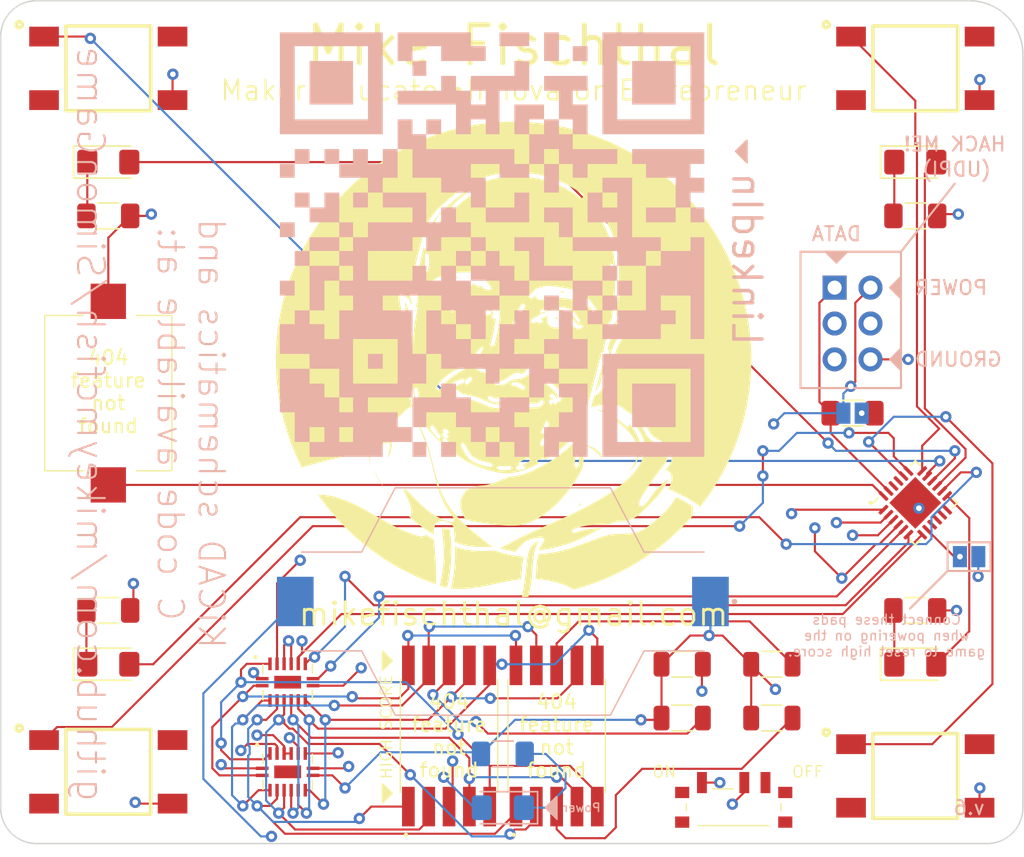
<source format=kicad_pcb>
(kicad_pcb (version 20211014) (generator pcbnew)
  (layers (0 "F.Cu" signal) (1 "In1.Cu" power) (2 "In2.Cu" signal) (31 "B.Cu" signal) (34 "B.Paste" user) (35 "F.Paste" user) (36 "B.SilkS" user "B.Silkscreen") (37 "F.SilkS" user "F.Silkscreen") (38 "B.Mask" user) (39 "F.Mask" user) (44 "Edge.Cuts" user))
  (net 0 "")
  (net 1 "Net-(JP1-Pad1)")
  (net 2 "GND")
  (net 3 "Net-(JP2-Pad1)")
  (net 4 "Net-(D1-Pad1)")
  (net 5 "Net-(D1-Pad2)")
  (net 6 "Net-(D2-Pad1)")
  (net 7 "Net-(D2-Pad2)")
  (net 8 "Net-(D3-Pad1)")
  (net 9 "Net-(D3-Pad2)")
  (net 10 "Net-(D4-Pad1)")
  (net 11 "Net-(D4-Pad2)")
  (net 12 "VCC")
  (net 13 "Net-(LS1-Pad1)")
  (net 14 "/UDPI")
  (net 15 "Net-(BT1-Pad2)")
  (net 18 "SEG_E")
  (net 19 "SEG_D")
  (net 20 "Net-(DS1-Pad3)")
  (net 21 "SEG_C")
  (net 22 "SEG_DP")
  (net 26 "Net-(D5-Pad1)")
  (net 36 "Net-(SW1-Pad1)")
  (net 37 "Net-(SW2-Pad1)")
  (net 38 "Net-(SW4-Pad1)")
  (net 39 "Net-(SW3-Pad1)")
  (net 40 "SEG_B")
  (net 41 "SEG_A")
  (net 42 "Net-(DS1-Pad8)")
  (net 43 "SEG_F")
  (net 44 "SEG_G")
  (net 45 "Net-(DS2-Pad3)")
  (net 46 "Net-(DS2-Pad8)")
  (net 47 "SEG_IN0")
  (net 48 "SEG_IN1")
  (net 49 "SEG_IN2")
  (net 50 "SEG_IN2_ENABLE")
  (net 52 "SEG_IN1_ENABLE")
  (footprint "LED_SMD:LED_1206_3216Metric_Pad1.42x1.75mm_HandSolder" (layer "F.Cu") (at 175.26 80.01)
    (fp_text reference "D2")
    (fp_text value "YELLOW")
  )
  (footprint "Resistor_SMD:R_1206_3216Metric_Pad1.30x1.75mm_HandSolder" (layer "F.Cu") (at 170.815 97.79 180)
    (fp_text reference "R1")
    (fp_text value "10kΩ")
  )
  (footprint "SamacSys_Parts:FSM4JSMATR" (layer "F.Cu") (at 118.11 123.19 90)
    (fp_text reference "SW3")
    (fp_text value "green" hide)
  )
  (footprint "Resistor_SMD:R_1206_3216Metric_Pad1.30x1.75mm_HandSolder" (layer "F.Cu") (at 118.11 111.76)
    (fp_text reference "R3")
    (fp_text value "330Ω")
  )
  (footprint "SamacSys_Parts:MSS3VTR" (layer "F.Cu") (at 162.4 127)
    (fp_text reference "S1")
    (fp_text value "POWER SW" hide)
  )
  (footprint "Resistor_SMD:R_1206_3216Metric_Pad1.30x1.75mm_HandSolder" (layer "F.Cu") (at 175.26 111.76 180)
    (fp_text reference "R2")
    (fp_text value "10Ω")
  )
  (footprint "LED_SMD:LED_1206_3216Metric_Pad1.42x1.75mm_HandSolder" (layer "F.Cu") (at 118.11 80.01)
    (fp_text reference "D1")
    (fp_text value "RED")
  )
  (footprint "SamacSys_Parts:ACSA0241EWAF01" (layer "F.Cu") (at 149.86 120.65)
    (fp_text reference "DS2")
    (fp_text value "ACSA02-41EWA-F01" hide)
  )
  (footprint "Resistor_SMD:R_1206_3216Metric" (layer "F.Cu") (at 158.75 115.57)
    (fp_text reference "R7")
    (fp_text value "220")
  )
  (footprint "SamacSys_Parts:ACSA0241EWAF01" (layer "F.Cu") (at 142.24 120.65)
    (fp_text reference "DS1")
    (fp_text value "ACSA02-41EWA-F01" hide)
  )
  (footprint "Resistor_SMD:R_1206_3216Metric" (layer "F.Cu") (at 165.1 119.38)
    (fp_text reference "R8")
    (fp_text value "220")
  )
  (footprint "SamacSys_Parts:74AHCT595BQ115" (layer "F.Cu") (at 130.81 116.84 180)
    (fp_text reference "IC2")
    (fp_text value "74LVC138ABQ,115" hide)
  )
  (footprint "Resistor_SMD:R_1206_3216Metric" (layer "F.Cu") (at 165.1 115.57)
    (fp_text reference "R10")
    (fp_text value "220")
  )
  (footprint "SamacSys_Parts:FSM4JSMATR" (layer "F.Cu") (at 175.26 123.48 90)
    (fp_text reference "SW4")
    (fp_text value "blue" hide)
  )
  (footprint "LED_SMD:LED_1206_3216Metric_Pad1.42x1.75mm_HandSolder" (layer "F.Cu") (at 175.26 115.57)
    (fp_text reference "D4")
    (fp_text value "BLUE")
  )
  (footprint "SamacSys_Parts:FSM4JSMATR" (layer "F.Cu") (at 175.26 73.37 90)
    (fp_text reference "SW2")
    (fp_text value "yellow" hide)
  )
  (footprint "LED_SMD:LED_1206_3216Metric_Pad1.42x1.75mm_HandSolder" (layer "F.Cu") (at 118.11 115.57)
    (fp_text reference "D3")
    (fp_text value "GREEN")
  )
  (footprint "SamacSys_Parts:FSM4JSMATR" (layer "F.Cu") (at 118.11 73.37 90)
    (fp_text reference "SW1")
    (fp_text value "red" hide)
  )
  (footprint "Resistor_SMD:R_1206_3216Metric_Pad1.30x1.75mm_HandSolder" (layer "F.Cu") (at 175.26 83.82)
    (fp_text reference "R4")
    (fp_text value "330Ω")
  )
  (footprint "Package_DFN_QFN:QFN-24-1EP_4x4mm_P0.5mm_EP2.6x2.6mm" (layer "F.Cu") (at 175.26 104.14 45)
    (fp_text reference "U1")
    (fp_text value "ATtiny3217-M")
  )
  (footprint "Mike:portrait_35mm" (layer "F.Cu") (at 146.804609 93.98)
    (fp_text reference "G***")
    (fp_text value "LOGO" hide)
  )
  (footprint "Resistor_SMD:R_1206_3216Metric_Pad1.30x1.75mm_HandSolder" (layer "F.Cu") (at 118.11 83.82)
    (fp_text reference "R5")
    (fp_text value "470Ω")
  )
  (footprint "SamacSys_Parts:74AHCT595BQ115" (layer "F.Cu") (at 130.81 123.19 180)
    (fp_text reference "IC1")
    (fp_text value "74LVC138ABQ,115" hide)
  )
  (footprint "SamacSys_Parts:CPT111783SMTTR" (layer "F.Cu") (at 118.11 102.87 180)
    (fp_text reference "LS1")
    (fp_text value "Speaker" hide)
  )
  (footprint "Resistor_SMD:R_1206_3216Metric" (layer "F.Cu") (at 158.75 119.38)
    (fp_text reference "R9")
    (fp_text value "220")
  )
  (footprint "Connector_PinHeader_2.54mm:PinHeader_2x03_P2.54mm_Horizontal" (layer "F.Cu") (at 169.545 88.9)
    (fp_text reference "J1")
    (fp_text value "AVR-UPDI-6")
  )
  (footprint "LED_SMD:LED_1206_3216Metric_Pad1.42x1.75mm_HandSolder" (layer "B.Cu") (at 146.05 125.73 180)
    (fp_text reference "D5")
    (fp_text value "WHITE")
  )
  (footprint "SamacSys_Parts:SMTU2032LF" (layer "B.Cu") (at 146.05 111.125 180)
    (fp_text reference "BT1")
    (fp_text value "3V" hide)
  )
  (footprint "Jumper:SolderJumper-2_P1.3mm_Open_Pad1.0x1.5mm" (layer "B.Cu") (at 179.07 107.95)
    (fp_text reference "JP1")
    (fp_text value "test_mode")
  )
  (footprint "Jumper:SolderJumper-2_P1.3mm_Open_Pad1.0x1.5mm" (layer "B.Cu") (at 170.815 97.79 180)
    (fp_text reference "JP2")
    (fp_text value "close_rst")
  )
  (footprint "Resistor_SMD:R_1206_3216Metric_Pad1.30x1.75mm_HandSolder" (layer "B.Cu") (at 146.05 121.92)
    (fp_text reference "R6")
    (fp_text value "470Ω")
  )
  (footprint "SamacSys_Parts:QR" (layer "B.Cu") (at 145.288 85.852 180)
    (fp_text reference "G***")
    (fp_text value "LOGO" hide)
  )
  (gr_poly (pts (xy 174.244 94.742) (xy 173.482 93.98) (xy 174.244 93.218)) (layer "B.SilkS") (width 0.15) (fill solid))
  (gr_line (start 167.132 96.012) (end 167.132 86.36) (layer "B.SilkS") (width 0.15))
  (gr_line (start 174.879 111.633) (end 177.546 108.966) (layer "B.SilkS") (width 0.15))
  (gr_line (start 180.594 108.966) (end 177.546 108.966) (layer "B.SilkS") (width 0.15))
  (gr_line (start 167.132 86.36) (end 168.402 86.36) (layer "B.SilkS") (width 0.15))
  (gr_line (start 177.546 108.966) (end 177.546 106.934) (layer "B.SilkS") (width 0.15))
  (gr_line (start 174.244 96.012) (end 167.132 96.012) (layer "B.SilkS") (width 0.15))
  (gr_line (start 177.546 106.934) (end 180.594 106.934) (layer "B.SilkS") (width 0.15))
  (gr_poly (pts (xy 174.244 89.662) (xy 173.482 88.9) (xy 174.244 88.138)) (layer "B.SilkS") (width 0.15) (fill solid))
  (gr_poly (pts (xy 149.86 126.492) (xy 149.098 125.73) (xy 149.86 124.968)) (layer "B.SilkS") (width 0.15) (fill solid))
  (gr_poly (pts (xy 163.322 80.01) (xy 162.56 79.248) (xy 163.322 78.486)) (layer "B.SilkS") (width 0.15) (fill solid))
  (gr_line (start 178.054 81.534) (end 174.244 86.36) (layer "B.SilkS") (width 0.15))
  (gr_line (start 180.594 106.934) (end 180.594 108.966) (layer "B.SilkS") (width 0.15))
  (gr_poly (pts (xy 170.434 86.36) (xy 169.672 87.122) (xy 168.91 86.36)) (layer "B.SilkS") (width 0.15) (fill solid))
  (gr_line (start 174.244 86.36) (end 174.244 96.012) (layer "B.SilkS") (width 0.15))
  (gr_line (start 168.402 86.36) (end 174.244 86.36) (layer "B.SilkS") (width 0.15))
  (gr_circle (center 128.524 115.062) (end 128.524 115.062) (layer "F.SilkS") (width 0.15) (fill none))
  (gr_circle (center 128.651 121.285) (end 128.651 121.285) (layer "F.SilkS") (width 0.15) (fill none))
  (gr_circle (center 132.715 74.93) (end 132.894605 74.93) (layer "F.SilkS") (width 0.15) (fill solid))
  (gr_circle (center 142.875 74.93) (end 143.054605 74.93) (layer "F.SilkS") (width 0.15) (fill solid))
  (gr_circle (center 172.085 104.14) (end 172.085 104.14) (layer "F.SilkS") (width 0.15) (fill none))
  (gr_poly (pts (xy 138.176 124.714) (xy 137.541 125.349) (xy 137.541 124.079)) (layer "F.SilkS") (width 0.15) (fill solid))
  (gr_circle (center 153.797 74.93) (end 153.976605 74.93) (layer "F.SilkS") (width 0.15) (fill solid))
  (gr_poly (pts (xy 138.176 115.316) (xy 137.541 115.951) (xy 137.541 114.681)) (layer "F.SilkS") (width 0.15) (fill solid))
  (gr_line (start 113.03 128.27) (end 180.34 128.27) (layer "Edge.Cuts") (width 0.1))
  (gr_arc (start 113.03 128.27) (mid 111.233949 127.526051) (end 110.49 125.73) (layer "Edge.Cuts") (width 0.1))
  (gr_line (start 113.03 68.58) (end 176.53 68.58) (layer "Edge.Cuts") (width 0.1))
  (gr_arc (start 110.49 71.12) (mid 111.233949 69.323949) (end 113.03 68.58) (layer "Edge.Cuts") (width 0.1))
  (gr_line (start 182.88 119.38) (end 182.88 73.66) (layer "Edge.Cuts") (width 0.1))
  (gr_line (start 182.88 72.39) (end 182.88 73.66) (layer "Edge.Cuts") (width 0.1))
  (gr_line (start 110.49 125.73) (end 110.49 124.46) (layer "Edge.Cuts") (width 0.1))
  (gr_arc (start 182.88 125.73) (mid 182.136051 127.526051) (end 180.34 128.27) (layer "Edge.Cuts") (width 0.1))
  (gr_line (start 110.49 71.12) (end 110.49 124.46) (layer "Edge.Cuts") (width 0.1))
  (gr_line (start 182.88 125.73) (end 182.88 119.38) (layer "Edge.Cuts") (width 0.1))
  (gr_line (start 179.07 68.58) (end 176.53 68.58) (layer "Edge.Cuts") (width 0.1))
  (gr_arc (start 179.07 68.58) (mid 181.764077 69.695923) (end 182.88 72.39) (layer "Edge.Cuts") (width 0.1))
  (gr_text "Connect these pads\nwhen powering on the\ngame to reset high score." (at 173.228 113.538) (layer "B.SilkS") (effects (font (size 0.7 0.7) (thickness 0.1)) (justify mirror)))
  (gr_text "KiCAD schematics and \nC code available at:" (at 123.952 98.552 270) (layer "B.SilkS") (effects (font (size 1.8 1.8)) (justify mirror)))
  (gr_text "Power" (at 151.638 125.73) (layer "B.SilkS") (effects (font (size 0.6 0.6) (thickness 0.1)) (justify mirror)))
  (gr_text "v.6" (at 179.07 125.73) (layer "B.SilkS") (effects (font (size 1 1)) (justify mirror)))
  (gr_text "GROUND" (at 178.308 93.98) (layer "B.SilkS") (effects (font (size 1 1)) (justify mirror)))
  (gr_text "(UDPI) " (at 177.8 80.518) (layer "B.SilkS") (effects (font (size 1 1)) (justify mirror)))
  (gr_text "LinkedIn" (at 163.322 86.868 270) (layer "B.SilkS") (effects (font (size 2 2) (thickness 0.25)) (justify mirror)))
  (gr_text "HACK ME!" (at 178.054 78.74) (layer "B.SilkS") (effects (font (size 1 1)) (justify mirror)))
  (gr_text "github.com/mikeymcfish/SimonGame" (at 116.84 98.552 270) (layer "B.SilkS") (effects (font (size 1.9 1.9)) (justify mirror)))
  (gr_text "DATA" (at 169.672 85.09) (layer "B.SilkS") (effects (font (size 1 1)) (justify mirror)))
  (gr_text "POWER" (at 177.8 88.9) (layer "B.SilkS") (effects (font (size 1 1)) (justify mirror)))
  (gr_text "HIGH SCORE" (at 137.795 120.015 90) (layer "F.SilkS") (effects (font (size 0.8 0.8) (thickness 0.1))))
  (gr_text "ON" (at 157.48 123.19) (layer "F.SilkS") (effects (font (size 0.8 0.8) (thickness 0.1))))
  (gr_text "404\nfeature\nnot\nfound" (at 118.11 96.266) (layer "F.SilkS") (effects (font (size 1 1))))
  (gr_text "404\nfeature\nnot\nfound" (at 149.86 120.65) (layer "F.SilkS") (effects (font (size 1 1))))
  (gr_text "mikefischthal@gmail.com" (at 146.812 112.014) (layer "F.SilkS") (effects (font (size 1.6 1.6) (thickness 0.2))))
  (gr_text "Maker Educator Innovator Entrepreneur" (at 146.812 74.93) (layer "F.SilkS") (effects (font (size 1.4 1.4))))
  (gr_text "OFF" (at 167.64 123.19) (layer "F.SilkS") (effects (font (size 0.8 0.8) (thickness 0.1))))
  (gr_text "Mike Fischthal" (at 146.812 71.755) (layer "F.SilkS") (effects (font (size 2.7 2.7) (thickness 0.35))))
  (gr_text "404\nfeature\nnot\nfound" (at 142.24 120.65) (layer "F.SilkS") (effects (font (size 1 1))))
  (segment (start 176.099689 106.040349) (end 178.00934 107.95) (width 0.15) (layer "F.Cu") (net 1))
  (segment (start 178.00934 107.95) (end 178.42 107.95) (width 0.15) (layer "F.Cu") (net 1))
  (via (at 178.42 107.95) (size 0.8) (drill 0.4) (layers "F.Cu" "B.Cu") (net 1))
  (segment (start 179.81 124.355) (end 179.832 124.333) (width 0.15) (layer "F.Cu") (net 2))
  (segment (start 161.415 123.95) (end 161.417 123.952) (width 0.15) (layer "F.Cu") (net 2))
  (segment (start 175.26 104.14) (end 175.26 104.267) (width 0.15) (layer "F.Cu") (net 2))
  (segment (start 160.15 123.95) (end 161.415 123.95) (width 0.15) (layer "F.Cu") (net 2))
  (segment (start 172.609947 106.4365) (end 173.713204 105.333243) (width 0.15) (layer "F.Cu") (net 2))
  (segment (start 179.81 75.62) (end 179.81 74.19) (width 0.15) (layer "F.Cu") (net 2))
  (segment (start 130.56 121.370978) (end 130.56 121.89) (width 0.15) (layer "F.Cu") (net 2))
  (segment (start 126.363178 122.94) (end 129.01 122.94) (width 0.15) (layer "F.Cu") (net 2))
  (segment (start 126.102839 122.679661) (end 126.363178 122.94) (width 0.15) (layer "F.Cu") (net 2))
  (segment (start 122.66 125.44) (end 120.106 125.44) (width 0.15) (layer "F.Cu") (net 2))
  (segment (start 119.888 111.532) (end 119.888 109.855) (width 0.15) (layer "F.Cu") (net 2))
  (segment (start 120.106 125.44) (end 120.015 125.349) (width 0.15) (layer "F.Cu") (net 2))
  (segment (start 175.26 104.267) (end 175.514 104.521) (width 0.15) (layer "F.Cu") (net 2))
  (segment (start 118.11 85.37) (end 119.66 83.82) (width 0.15) (layer "F.Cu") (net 2))
  (segment (start 129.01 116.59) (end 128.8225 116.59) (width 0.15) (layer "F.Cu") (net 2))
  (segment (start 119.66 83.82) (end 121.031 83.82) (width 0.15) (layer "F.Cu") (net 2))
  (segment (start 128.6405 120.590989) (end 129.780011 120.590989) (width 0.15) (layer "F.Cu") (net 2))
  (segment (start 179.81 74.19) (end 179.832 74.168) (width 0.15) (layer "F.Cu") (net 2))
  (segment (start 130.56 121.89) (end 131.06 121.89) (width 0.15) (layer "F.Cu") (net 2))
  (segment (start 170.815 106.4365) (end 172.609947 106.4365) (width 0.15) (layer "F.Cu") (net 2))
  (segment (start 131.06 114.091944) (end 131.06 115.54) (width 0.15) (layer "F.Cu") (net 2))
  (segment (start 128.8225 116.59) (end 128.397 116.1645) (width 0.15) (layer "F.Cu") (net 2))
  (segment (start 172.085 93.98) (end 174.752 93.98) (width 0.15) (layer "F.Cu") (net 2))
  (segment (start 179.81 125.73) (end 179.81 124.355) (width 0.15) (layer "F.Cu") (net 2))
  (segment (start 119.66 111.76) (end 119.888 111.532) (width 0.15) (layer "F.Cu") (net 2))
  (segment (start 129.780011 120.590989) (end 130.56 121.370978) (width 0.15) (layer "F.Cu") (net 2))
  (segment (start 122.66 75.62) (end 122.66 73.809) (width 0.15) (layer "F.Cu") (net 2))
  (segment (start 118.11 89.87) (end 118.11 85.37) (width 0.15) (layer "F.Cu") (net 2))
  (segment (start 176.81 111.76) (end 178.181 111.76) (width 0.15) (layer "F.Cu") (net 2))
  (segment (start 130.876556 113.9085) (end 130.56 114.225056) (width 0.15) (layer "F.Cu") (net 2))
  (segment (start 176.937 83.693) (end 178.308 83.693) (width 0.15) (layer "F.Cu") (net 2))
  (segment (start 176.81 83.82) (end 176.937 83.693) (width 0.15) (layer "F.Cu") (net 2))
  (segment (start 130.56 114.225056) (end 130.56 115.54) (width 0.15) (layer "F.Cu") (net 2))
  (segment (start 121.031 83.82) (end 121.158 83.693) (width 0.15) (layer "F.Cu") (net 2))
  (segment (start 130.876556 113.9085) (end 131.06 114.091944) (width 0.15) (layer "F.Cu") (net 2))
  (segment (start 122.66 73.809) (end 122.682 73.787) (width 0.15) (layer "F.Cu") (net 2))
  (via (at 126.102839 122.679661) (size 0.8) (drill 0.4) (layers "F.Cu" "B.Cu") (net 2))
  (via (at 175.514 104.521) (size 0.8) (drill 0.4) (layers "F.Cu" "B.Cu") (net 2))
  (via (at 141.859 123.571) (size 0.8) (drill 0.4) (layers "F.Cu" "B.Cu") (net 2))
  (via (at 128.397 116.1645) (size 0.8) (drill 0.4) (layers "F.Cu" "B.Cu") (net 2))
  (via (at 161.417 123.952) (size 0.8) (drill 0.4) (layers "F.Cu" "B.Cu") (net 2))
  (via (at 119.888 109.855) (size 0.8) (drill 0.4) (layers "F.Cu" "B.Cu") (net 2))
  (via (at 121.158 83.693) (size 0.8) (drill 0.4) (layers "F.Cu" "B.Cu") (net 2))
  (via (at 130.876556 113.9085) (size 0.8) (drill 0.4) (layers "F.Cu" "B.Cu") (net 2))
  (via (at 174.752 93.98) (size 0.8) (drill 0.4) (layers "F.Cu" "B.Cu") (net 2))
  (via (at 178.308 83.693) (size 0.8) (drill 0.4) (layers "F.Cu" "B.Cu") (net 2))
  (via (at 179.832 74.168) (size 0.8) (drill 0.4) (layers "F.Cu" "B.Cu") (net 2))
  (via (at 128.6405 120.590989) (size 0.8) (drill 0.4) (layers "F.Cu" "B.Cu") (net 2))
  (via (at 122.682 73.787) (size 0.8) (drill 0.4) (layers "F.Cu" "B.Cu") (net 2))
  (via (at 178.181 111.76) (size 0.8) (drill 0.4) (layers "F.Cu" "B.Cu") (net 2))
  (via (at 170.815 106.4365) (size 0.8) (drill 0.4) (layers "F.Cu" "B.Cu") (net 2))
  (via (at 120.015 125.349) (size 0.8) (drill 0.4) (layers "F.Cu" "B.Cu") (net 2))
  (via (at 179.705 109.347) (size 0.8) (drill 0.4) (layers "F.Cu" "B.Cu") (net 2))
  (via (at 179.832 124.333) (size 0.8) (drill 0.4) (layers "F.Cu" "B.Cu") (net 2))
  (segment (start 179.72 109.332) (end 179.705 109.347) (width 0.15) (layer "B.Cu") (net 2))
  (segment (start 179.72 107.95) (end 179.72 109.332) (width 0.15) (layer "B.Cu") (net 2))
  (segment (start 144.018 125.73) (end 141.859 123.571) (width 0.15) (layer "B.Cu") (net 2))
  (segment (start 144.5625 125.73) (end 144.018 125.73) (width 0.15) (layer "B.Cu") (net 2))
  (segment (start 172.365 97.79) (end 171.465 97.79) (width 0.15) (layer "F.Cu") (net 3))
  (via (at 171.465 97.79) (size 0.8) (drill 0.4) (layers "F.Cu" "B.Cu") (net 3))
  (segment (start 116.6225 80.01) (end 116.6225 83.7575) (width 0.15) (layer "F.Cu") (net 4))
  (segment (start 116.6225 83.7575) (end 116.56 83.82) (width 0.15) (layer "F.Cu") (net 4))
  (segment (start 178.058142 100.45532) (end 178.058142 100.988305) (width 0.15) (layer "F.Cu") (net 5))
  (segment (start 119.5975 80.01) (end 149.186162 80.01) (width 0.15) (layer "F.Cu") (net 5))
  (segment (start 178.058142 100.988305) (end 176.453243 102.593204) (width 0.15) (layer "F.Cu") (net 5))
  (segment (start 149.186162 80.01) (end 169.081081 99.904919) (width 0.15) (layer "F.Cu") (net 5))
  (via (at 169.081081 99.904919) (size 0.8) (drill 0.4) (layers "F.Cu" "B.Cu") (net 5))
  (via (at 178.058142 100.45532) (size 0.8) (drill 0.4) (layers "F.Cu" "B.Cu") (net 5))
  (segment (start 169.081081 99.904919) (end 169.631482 100.45532) (width 0.15) (layer "B.Cu") (net 5))
  (segment (start 169.631482 100.45532) (end 178.058142 100.45532) (width 0.15) (layer "B.Cu") (net 5))
  (segment (start 173.7725 83.7575) (end 173.71 83.82) (width 0.15) (layer "F.Cu") (net 6))
  (segment (start 173.7725 80.01) (end 173.7725 83.7575) (width 0.15) (layer "F.Cu") (net 6))
  (segment (start 176.7475 80.01) (end 175.93548 80.82202) (width 0.15) (layer "F.Cu") (net 7))
  (segment (start 178.816 100.33) (end 178.816 100.937553) (width 0.15) (layer "F.Cu") (net 7))
  (segment (start 175.93548 80.82202) (end 175.93548 97.44948) (width 0.15) (layer "F.Cu") (net 7))
  (segment (start 178.816 100.937553) (end 176.806796 102.946757) (width 0.15) (layer "F.Cu") (net 7))
  (segment (start 175.93548 97.44948) (end 178.816 100.33) (width 0.15) (layer "F.Cu") (net 7))
  (segment (start 116.56 111.76) (end 116.56 115.5075) (width 0.15) (layer "F.Cu") (net 8))
  (segment (start 116.56 115.5075) (end 116.6225 115.57) (width 0.15) (layer "F.Cu") (net 8))
  (segment (start 121.285 115.57) (end 119.5975 115.57) (width 0.15) (layer "F.Cu") (net 9))
  (segment (start 178.47966 101.981) (end 177.160349 103.300311) (width 0.15) (layer "F.Cu") (net 9))
  (segment (start 164.211 105.156) (end 131.699 105.156) (width 0.15) (layer "F.Cu") (net 9))
  (segment (start 179.578 101.981) (end 178.47966 101.981) (width 0.15) (layer "F.Cu") (net 9))
  (segment (start 131.699 105.156) (end 121.285 115.57) (width 0.15) (layer "F.Cu") (net 9))
  (segment (start 166.116 107.061) (end 164.211 105.156) (width 0.15) (layer "F.Cu") (net 9))
  (via (at 179.578 101.981) (size 0.8) (drill 0.4) (layers "F.Cu" "B.Cu") (net 9))
  (via (at 166.116 107.061) (size 0.8) (drill 0.4) (layers "F.Cu" "B.Cu") (net 9))
  (segment (start 176.403 105.156) (end 179.578 101.981) (width 0.15) (layer "B.Cu") (net 9))
  (segment (start 176.022 107.061) (end 176.403 106.68) (width 0.15) (layer "B.Cu") (net 9))
  (segment (start 176.403 106.68) (end 176.403 105.156) (width 0.15) (layer "B.Cu") (net 9))
  (segment (start 166.116 107.061) (end 176.022 107.061) (width 0.15) (layer "B.Cu") (net 9))
  (segment (start 173.7725 111.8225) (end 173.7725 115.57) (width 0.15) (layer "F.Cu") (net 10))
  (segment (start 173.71 111.76) (end 173.7725 111.8225) (width 0.15) (layer "F.Cu") (net 10))
  (segment (start 179.080489 113.237011) (end 179.080489 105.22045) (width 0.15) (layer "F.Cu") (net 11))
  (segment (start 179.080489 105.22045) (end 177.513903 103.653864) (width 0.15) (layer "F.Cu") (net 11))
  (segment (start 176.7475 115.57) (end 179.080489 113.237011) (width 0.15) (layer "F.Cu") (net 11))
  (segment (start 159.3195 113.538) (end 160.655 113.538) (width 0.15) (layer "F.Cu") (net 12))
  (segment (start 174.066757 105.714243) (end 174.066757 105.686796) (width 0.15) (layer "F.Cu") (net 12))
  (segment (start 171.010489 89.974511) (end 171.010489 95.562511) (width 0.15) (layer "F.Cu") (net 12))
  (segment (start 134.874 124.333) (end 133.981 123.44) (width 0.15) (layer "F.Cu") (net 12))
  (segment (start 172.466 107.061) (end 172.72 107.061) (width 0.15) (layer "F.Cu") (net 12))
  (segment (start 168.148 105.918) (end 168.148 107.569) (width 0.15) (layer "F.Cu") (net 12))
  (segment (start 171.010489 95.562511) (end 170.688 95.885) (width 0.15) (layer "F.Cu") (net 12))
  (segment (start 157.2875 115.57) (end 157.2875 119.38) (width 0.15) (layer "F.Cu") (net 12))
  (segment (start 155.829 119.507) (end 157.1605 119.507) (width 0.15) (layer "F.Cu") (net 12))
  (segment (start 168.148 107.569) (end 170.053 109.474) (width 0.15) (layer "F.Cu") (net 12))
  (segment (start 134.751 117.09) (end 136.017 115.824) (width 0.15) (layer "F.Cu") (net 12))
  (segment (start 163.6375 115.57) (end 163.6375 115.6315) (width 0.15) (layer "F.Cu") (net 12))
  (segment (start 163.6375 115.57) (end 161.6055 113.538) (width 0.15) (layer "F.Cu") (net 12))
  (segment (start 163.6375 115.57) (end 163.6375 119.38) (width 0.15) (layer "F.Cu") (net 12))
  (segment (start 132.61 117.09) (end 134.751 117.09) (width 0.15) (layer "F.Cu") (net 12))
  (segment (start 157.1605 119.507) (end 157.2875 119.38) (width 0.15) (layer "F.Cu") (net 12))
  (segment (start 170.053 109.474) (end 172.466 107.061) (width 0.15) (layer "F.Cu") (net 12))
  (segment (start 172.085 88.9) (end 171.010489 89.974511) (width 0.15) (layer "F.Cu") (net 12))
  (segment (start 133.981 123.44) (end 132.61 123.44) (width 0.15) (layer "F.Cu") (net 12))
  (segment (start 161.6055 113.538) (end 160.655 113.538) (width 0.15) (layer "F.Cu") (net 12))
  (segment (start 172.72 107.061) (end 174.066757 105.714243) (width 0.15) (layer "F.Cu") (net 12))
  (segment (start 157.2875 115.57) (end 159.3195 113.538) (width 0.15) (layer "F.Cu") (net 12))
  (segment (start 163.6375 115.6315) (end 165.354 117.348) (width 0.15) (layer "F.Cu") (net 12))
  (via (at 168.148 105.918) (size 0.8) (drill 0.4) (layers "F.Cu" "B.Cu") (net 12))
  (via (at 165.227 98.552) (size 0.8) (drill 0.4) (layers "F.Cu" "B.Cu") (net 12))
  (via (at 155.829 119.507) (size 0.8) (drill 0.4) (layers "F.Cu" "B.Cu") (net 12))
  (via (at 134.874 124.333) (size 0.8) (drill 0.4) (layers "F.Cu" "B.Cu") (net 12))
  (via (at 165.354 117.348) (size 0.8) (drill 0.4) (layers "F.Cu" "B.Cu") (net 12))
  (via (at 136.017 115.824) (size 0.8) (drill 0.4) (layers "F.Cu" "B.Cu") (net 12))
  (via (at 160.655 113.538) (size 0.8) (drill 0.4) (layers "F.Cu" "B.Cu") (net 12))
  (via (at 170.053 109.474) (size 0.8) (drill 0.4) (layers "F.Cu" "B.Cu") (net 12))
  (via (at 170.688 95.885) (size 0.8) (drill 0.4) (layers "F.Cu" "B.Cu") (net 12))
  (segment (start 165.989 97.79) (end 165.227 98.552) (width 0.15) (layer "B.Cu") (net 12))
  (segment (start 146.913 119.507) (end 155.829 119.507) (width 0.15) (layer "B.Cu") (net 12))
  (segment (start 144.5 121.92) (end 146.913 119.507) (width 0.15) (layer "B.Cu") (net 12))
  (segment (start 160.75 113.443) (end 160.75 111.125) (width 0.15) (layer "B.Cu") (net 12))
  (segment (start 144.5 121.92) (end 144.383489 121.803489) (width 0.15) (layer "B.Cu") (net 12))
  (segment (start 160.655 113.538) (end 160.75 113.443) (width 0.15) (layer "B.Cu") (net 12))
  (segment (start 170.165 96.408) (end 170.165 97.79) (width 0.15) (layer "B.Cu") (net 12))
  (segment (start 170.165 97.79) (end 165.989 97.79) (width 0.15) (layer "B.Cu") (net 12))
  (segment (start 170.688 95.885) (end 170.165 96.408) (width 0.15) (layer "B.Cu") (net 12))
  (segment (start 144.383489 121.803489) (end 137.403511 121.803489) (width 0.15) (layer "B.Cu") (net 12))
  (segment (start 137.403511 121.803489) (end 134.874 124.333) (width 0.15) (layer "B.Cu") (net 12))
  (segment (start 172.222233 102.87) (end 173.006097 103.653864) (width 0.15) (layer "F.Cu") (net 13))
  (segment (start 118.11 102.87) (end 172.222233 102.87) (width 0.15) (layer "F.Cu") (net 13))
  (segment (start 168.470489 96.995489) (end 169.265 97.79) (width 0.15) (layer "F.Cu") (net 14))
  (segment (start 168.470489 89.974511) (end 168.470489 96.995489) (width 0.15) (layer "F.Cu") (net 14))
  (segment (start 169.265 99.20566) (end 173.359651 103.300311) (width 0.15) (layer "F.Cu") (net 14))
  (segment (start 169.265 97.79) (end 169.265 99.20566) (width 0.15) (layer "F.Cu") (net 14))
  (segment (start 169.545 88.9) (end 168.470489 89.974511) (width 0.15) (layer "F.Cu") (net 14))
  (segment (start 162.306 125.476) (end 163.15 124.632) (width 0.15) (layer "F.Cu") (net 15))
  (segment (start 163.15 124.632) (end 163.15 123.95) (width 0.15) (layer "F.Cu") (net 15))
  (via (at 129.667 127.762) (size 0.8) (drill 0.4) (layers "F.Cu" "B.Cu") (net 15))
  (via (at 162.306 125.476) (size 0.8) (drill 0.4) (layers "F.Cu" "B.Cu") (net 15))
  (segment (start 124.841 117.634) (end 124.841 123.692193) (width 0.15) (layer "B.Cu") (net 15))
  (segment (start 124.841 123.692193) (end 128.910807 127.762) (width 0.15) (layer "B.Cu") (net 15))
  (segment (start 131.35 111.125) (end 124.841 117.634) (width 0.15) (layer "B.Cu") (net 15))
  (segment (start 128.910807 127.762) (end 129.667 127.762) (width 0.15) (layer "B.Cu") (net 15))
  (segment (start 130.622031 127.574031) (end 145.494991 127.574031) (width 0.15) (layer "F.Cu") (net 18))
  (segment (start 130.06 118.14) (end 130.06 118.74) (width 0.15) (layer "F.Cu") (net 18))
  (segment (start 128.651 125.603) (end 130.622031 127.574031) (width 0.15) (layer "F.Cu") (net 18))
  (segment (start 130.06 125.09) (end 130.06 124.49) (width 0.15) (layer "F.Cu") (net 18))
  (segment (start 129.293 119.507) (end 128.651 119.507) (width 0.15) (layer "F.Cu") (net 18))
  (segment (start 145.494991 127.574031) (end 146.98 126.089022) (width 0.15) (layer "F.Cu") (net 18))
  (segment (start 139.36 125.65) (end 136.732 125.65) (width 0.15) (layer "F.Cu") (net 18))
  (segment (start 146.98 126.089022) (end 146.98 125.65) (width 0.15) (layer "F.Cu") (net 18))
  (segment (start 128.651 125.603) (end 129.547 125.603) (width 0.15) (layer "F.Cu") (net 18))
  (segment (start 136.732 125.65) (end 135.89 126.492) (width 0.15) (layer "F.Cu") (net 18))
  (segment (start 130.06 118.74) (end 129.293 119.507) (width 0.15) (layer "F.Cu") (net 18))
  (segment (start 129.547 125.603) (end 130.06 125.09) (width 0.15) (layer "F.Cu") (net 18))
  (via (at 128.651 119.507) (size 0.8) (drill 0.4) (layers "F.Cu" "B.Cu") (net 18))
  (via (at 135.89 126.492) (size 0.8) (drill 0.4) (layers "F.Cu" "B.Cu") (net 18))
  (via (at 128.651 125.603) (size 0.8) (drill 0.4) (layers "F.Cu" "B.Cu") (net 18))
  (segment (start 128.016 120.142) (end 128.016 121.311807) (width 0.15) (layer "B.Cu") (net 18))
  (segment (start 128.016 121.311807) (end 128.122011 121.417818) (width 0.15) (layer "B.Cu") (net 18))
  (segment (start 128.651 119.507) (end 128.016 120.142) (width 0.15) (layer "B.Cu") (net 18))
  (segment (start 128.122011 121.417818) (end 128.122011 121.935182) (width 0.15) (layer "B.Cu") (net 18))
  (segment (start 128.016 122.041193) (end 128.016 124.968) (width 0.15) (layer "B.Cu") (net 18))
  (segment (start 128.016 124.968) (end 128.651 125.603) (width 0.15) (layer "B.Cu") (net 18))
  (segment (start 128.122011 121.935182) (end 128.016 122.041193) (width 0.15) (layer "B.Cu") (net 18))
  (segment (start 135.89 126.492) (end 135.646489 126.735511) (width 0.15) (layer "B.Cu") (net 18))
  (segment (start 135.646489 126.735511) (end 129.783511 126.735511) (width 0.15) (layer "B.Cu") (net 18))
  (segment (start 129.783511 126.735511) (end 128.651 125.603) (width 0.15) (layer "B.Cu") (net 18))
  (segment (start 146.882991 127.274511) (end 147.654511 127.274511) (width 0.15) (layer "F.Cu") (net 19))
  (segment (start 130.566489 119.765682) (end 130.932318 120.131511) (width 0.15) (layer "F.Cu") (net 19))
  (segment (start 139.495 123.395) (end 140.8 124.7) (width 0.15) (layer "F.Cu") (net 19))
  (segment (start 131.180511 120.131511) (end 132.264489 121.215489) (width 0.15) (layer "F.Cu") (net 19))
  (segment (start 130.932318 120.131511) (end 131.180511 120.131511) (width 0.15) (layer "F.Cu") (net 19))
  (segment (start 130.56 125.726) (end 130.56 124.49) (width 0.15) (layer "F.Cu") (net 19))
  (segment (start 132.264489 121.215489) (end 137.315489 121.215489) (width 0.15) (layer "F.Cu") (net 19))
  (segment (start 130.556589 119.507589) (end 130.566489 119.517489) (width 0.15) (layer "F.Cu") (net 19))
  (segment (start 130.175 126.111) (end 130.56 125.726) (width 0.15) (layer "F.Cu") (net 19))
  (segment (start 140.125489 127.274511) (end 140.8 126.6) (width 0.15) (layer "F.Cu") (net 19))
  (segment (start 130.56 119.123178) (end 130.175589 119.507589) (width 0.15) (layer "F.Cu") (net 19))
  (segment (start 130.566489 119.517489) (end 130.566489 119.765682) (width 0.15) (layer "F.Cu") (net 19))
  (segment (start 131.338511 127.274511) (end 140.125489 127.274511) (width 0.15) (layer "F.Cu") (net 19))
  (segment (start 130.175 126.111) (end 131.338511 127.274511) (width 0.15) (layer "F.Cu") (net 19))
  (segment (start 137.315489 121.215489) (end 139.495 123.395) (width 0.15) (layer "F.Cu") (net 19))
  (segment (start 146.558 127.599502) (end 146.882991 127.274511) (width 0.15) (layer "F.Cu") (net 19))
  (segment (start 130.175589 119.507589) (end 130.556589 119.507589) (width 0.15) (layer "F.Cu") (net 19))
  (segment (start 130.56 118.14) (end 130.56 119.123178) (width 0.15) (layer "F.Cu") (net 19))
  (segment (start 140.8 124.7) (end 140.8 125.65) (width 0.15) (layer "F.Cu") (net 19))
  (segment (start 148.42 126.509022) (end 148.42 125.65) (width 0.15) (layer "F.Cu") (net 19))
  (segment (start 140.8 126.6) (end 140.8 125.65) (width 0.15) (layer "F.Cu") (net 19))
  (segment (start 147.654511 127.274511) (end 148.42 126.509022) (width 0.15) (layer "F.Cu") (net 19))
  (via (at 139.495 123.395) (size 0.8) (drill 0.4) (layers "F.Cu" "B.Cu") (net 19))
  (via (at 146.558 127.599502) (size 0.8) (drill 0.4) (layers "F.Cu" "B.Cu") (net 19))
  (via (at 130.175589 119.507589) (size 0.8) (drill 0.4) (layers "F.Cu" "B.Cu") (net 19))
  (via (at 130.175 126.111) (size 0.8) (drill 0.4) (layers "F.Cu" "B.Cu") (net 19))
  (segment (start 146.558 127.599502) (end 146.395502 127.762) (width 0.15) (layer "B.Cu") (net 19))
  (segment (start 130.175589 119.507589) (end 129.286 120.397178) (width 0.15) (layer "B.Cu") (net 19))
  (segment (start 146.395502 127.762) (end 143.862 127.762) (width 0.15) (layer "B.Cu") (net 19))
  (segment (start 129.286 120.397178) (end 129.286 125.222) (width 0.15) (layer "B.Cu") (net 19))
  (segment (start 129.286 125.222) (end 130.175 126.111) (width 0.15) (layer "B.Cu") (net 19))
  (segment (start 143.862 127.762) (end 139.495 123.395) (width 0.15) (layer "B.Cu") (net 19))
  (segment (start 142.494 125.396) (end 142.494 122.428) (width 0.15) (layer "F.Cu") (net 20))
  (segment (start 160.147 117.475) (end 160.147 115.6355) (width 0.15) (layer "F.Cu") (net 20))
  (segment (start 142.24 125.65) (end 142.494 125.396) (width 0.15) (layer "F.Cu") (net 20))
  (segment (start 160.147 115.6355) (end 160.2125 115.57) (width 0.15) (layer "F.Cu") (net 20))
  (via (at 142.494 122.428) (size 0.8) (drill 0.4) (layers "F.Cu" "B.Cu") (net 20))
  (via (at 160.147 117.475) (size 0.8) (drill 0.4) (layers "F.Cu" "B.Cu") (net 20))
  (segment (start 151.3 124.7) (end 150.171 123.571) (width 0.15) (layer "F.Cu") (net 21))
  (segment (start 131.06 125.98) (end 131.06 124.49) (width 0.15) (layer "F.Cu") (net 21))
  (segment (start 143.68 123.655) (end 143.68 125.65) (width 0.15) (layer "F.Cu") (net 21))
  (segment (start 142.24 120.777) (end 143.68 122.217) (width 0.15) (layer "F.Cu") (net 21))
  (segment (start 131.06 118.14) (end 131.06 119.376) (width 0.15) (layer "F.Cu") (net 21))
  (segment (start 131.191 126.111) (end 131.06 125.98) (width 0.15) (layer "F.Cu") (net 21))
  (segment (start 131.06 119.376) (end 131.191 119.507) (width 0.15) (layer "F.Cu") (net 21))
  (segment (start 131.191 119.507) (end 132.461 120.777) (width 0.15) (layer "F.Cu") (net 21))
  (segment (start 132.461 120.777) (end 142.24 120.777) (width 0.15) (layer "F.Cu") (net 21))
  (segment (start 151.3 125.65) (end 151.3 124.7) (width 0.15) (layer "F.Cu") (net 21))
  (segment (start 150.171 123.571) (end 149.86 123.571) (width 0.15) (layer "F.Cu") (net 21))
  (segment (start 143.68 122.217) (end 143.68 123.655) (width 0.15) (layer "F.Cu") (net 21))
  (via (at 149.86 123.571) (size 0.8) (drill 0.4) (layers "F.Cu" "B.Cu") (net 21))
  (via (at 131.191 119.507) (size 0.8) (drill 0.4) (layers "F.Cu" "B.Cu") (net 21))
  (via (at 131.191 126.111) (size 0.8) (drill 0.4) (layers "F.Cu" "B.Cu") (net 21))
  (via (at 143.68 123.655) (size 0.8) (drill 0.4) (layers "F.Cu" "B.Cu") (net 21))
  (segment (start 131.191 119.507) (end 131.572 119.888) (width 0.15) (layer "B.Cu") (net 21))
  (segment (start 131.572 119.888) (end 131.572 125.73) (width 0.15) (layer "B.Cu") (net 21))
  (segment (start 131.572 125.73) (end 131.191 126.111) (width 0.15) (layer "B.Cu") (net 21))
  (segment (start 149.86 123.571) (end 143.764 123.571) (width 0.15) (layer "B.Cu") (net 21))
  (segment (start 143.764 123.571) (end 143.68 123.655) (width 0.15) (layer "B.Cu") (net 21))
  (segment (start 145.12 122.768) (end 142.875 120.523) (width 0.15) (layer "F.Cu") (net 22))
  (segment (start 127.919 115.54) (end 129.56 115.54) (width 0.15) (layer "F.Cu") (net 22))
  (segment (start 126.1005 121.158) (end 126.1005 121.6555) (width 0.15) (layer "F.Cu") (net 22))
  (segment (start 152.74 125.65) (end 152.74 124.7) (width 0.15) (layer "F.Cu") (net 22))
  (segment (start 126.1005 121.6555) (end 126.746 122.301) (width 0.15) (layer "F.Cu") (net 22))
  (segment (start 129.149 122.301) (end 129.56 121.89) (width 0.15) (layer "F.Cu") (net 22))
  (segment (start 127.508 116.84) (end 127.508 115.951) (width 0.15) (layer "F.Cu") (net 22))
  (segment (start 152.74 124.7) (end 150.808 122.768) (width 0.15) (layer "F.Cu") (net 22))
  (segment (start 127.508 115.951) (end 127.919 115.54) (width 0.15) (layer "F.Cu") (net 22))
  (segment (start 150.808 122.768) (end 145.12 122.768) (width 0.15) (layer "F.Cu") (net 22))
  (segment (start 126.746 122.301) (end 129.149 122.301) (width 0.15) (layer "F.Cu") (net 22))
  (segment (start 145.12 125.65) (end 145.12 122.768) (width 0.15) (layer "F.Cu") (net 22))
  (via (at 127.508 116.84) (size 0.8) (drill 0.4) (layers "F.Cu" "B.Cu") (net 22))
  (via (at 126.1005 121.158) (size 0.8) (drill 0.4) (layers "F.Cu" "B.Cu") (net 22))
  (via (at 142.875 120.523) (size 0.8) (drill 0.4) (layers "F.Cu" "B.Cu") (net 22))
  (segment (start 139.192 116.84) (end 127.508 116.84) (width 0.15) (layer "B.Cu") (net 22))
  (segment (start 126.1005 121.158) (end 126.1005 118.2475) (width 0.15) (layer "B.Cu") (net 22))
  (segment (start 142.875 120.523) (end 139.192 116.84) (width 0.15) (layer "B.Cu") (net 22))
  (segment (start 126.1005 118.2475) (end 127.508 116.84) (width 0.15) (layer "B.Cu") (net 22))
  (segment (start 150.484511 124.343489) (end 149.098 125.73) (width 0.15) (layer "B.Cu") (net 26))
  (segment (start 150.484511 123.312318) (end 150.484511 124.343489) (width 0.15) (layer "B.Cu") (net 26))
  (segment (start 149.098 125.73) (end 147.5375 125.73) (width 0.15) (layer "B.Cu") (net 26))
  (segment (start 149.092193 121.92) (end 150.484511 123.312318) (width 0.15) (layer "B.Cu") (net 26))
  (segment (start 147.6 121.92) (end 149.092193 121.92) (width 0.15) (layer "B.Cu") (net 26))
  (segment (start 176.099689 102.063581) (end 176.991135 101.172135) (width 0.15) (layer "F.Cu") (net 36))
  (segment (start 116.713 71.12) (end 113.56 71.12) (width 0.15) (layer "F.Cu") (net 36))
  (segment (start 176.099689 102.239651) (end 176.099689 102.063581) (width 0.15) (layer "F.Cu") (net 36))
  (segment (start 116.84 71.247) (end 116.713 71.12) (width 0.15) (layer "F.Cu") (net 36))
  (via (at 116.84 71.247) (size 0.8) (drill 0.4) (layers "F.Cu" "B.Cu") (net 36))
  (via (at 176.991135 101.172135) (size 0.8) (drill 0.4) (layers "F.Cu" "B.Cu") (net 36))
  (segment (start 146.765135 101.172135) (end 116.84 71.247) (width 0.15) (layer "B.Cu") (net 36))
  (segment (start 176.991135 101.172135) (end 146.765135 101.172135) (width 0.15) (layer "B.Cu") (net 36))
  (segment (start 175.26 75.67) (end 175.26 78.74) (width 0.15) (layer "F.Cu") (net 37))
  (segment (start 175.746136 100.097864) (end 175.746136 101.886097) (width 0.15) (layer "F.Cu") (net 37))
  (segment (start 170.71 71.12) (end 175.26 75.67) (width 0.15) (layer "F.Cu") (net 37))
  (segment (start 175.26 78.74) (end 175.376511 78.856511) (width 0.15) (layer "F.Cu") (net 37))
  (segment (start 176.953207 98.890793) (end 175.746136 100.097864) (width 0.15) (layer "F.Cu") (net 37))
  (segment (start 175.376511 97.314097) (end 176.953207 98.890793) (width 0.15) (layer "F.Cu") (net 37))
  (segment (start 175.376511 78.856511) (end 175.376511 97.314097) (width 0.15) (layer "F.Cu") (net 37))
  (segment (start 176.458 121.23) (end 170.71 121.23) (width 0.15) (layer "F.Cu") (net 38))
  (segment (start 180.721 116.967) (end 176.458 121.23) (width 0.15) (layer "F.Cu") (net 38))
  (segment (start 174.420311 102.239651) (end 174.375651 102.239651) (width 0.15) (layer "F.Cu") (net 38))
  (segment (start 174.375651 102.239651) (end 171.958 99.822) (width 0.15) (layer "F.Cu") (net 38))
  (segment (start 180.721 101.346) (end 180.721 116.967) (width 0.15) (layer "F.Cu") (net 38))
  (segment (start 177.419 98.044) (end 180.721 101.346) (width 0.15) (layer "F.Cu") (net 38))
  (via (at 177.419 98.044) (size 0.8) (drill 0.4) (layers "F.Cu" "B.Cu") (net 38))
  (via (at 171.958 99.822) (size 0.8) (drill 0.4) (layers "F.Cu" "B.Cu") (net 38))
  (segment (start 173.736 98.044) (end 177.419 98.044) (width 0.15) (layer "B.Cu") (net 38))
  (segment (start 171.958 99.822) (end 173.736 98.044) (width 0.15) (layer "B.Cu") (net 38))
  (segment (start 118.363511 120.015489) (end 132.08 106.299) (width 0.15) (layer "F.Cu") (net 39))
  (segment (start 113.56 120.94) (end 114.484511 120.015489) (width 0.15) (layer "F.Cu") (net 39))
  (segment (start 173.355 99.187) (end 170.561 99.187) (width 0.15) (layer "F.Cu") (net 39))
  (segment (start 132.08 106.299) (end 132.588 105.791) (width 0.15) (layer "F.Cu") (net 39))
  (segment (start 173.736 100.848233) (end 173.736 99.568) (width 0.15) (layer "F.Cu") (net 39))
  (segment (start 173.736 99.568) (end 173.355 99.187) (width 0.15) (layer "F.Cu") (net 39))
  (segment (start 164.465 100.457) (end 164.465 102.235) (width 0.15) (layer "F.Cu") (net 39))
  (segment (start 132.588 105.791) (end 162.814 105.791) (width 0.15) (layer "F.Cu") (net 39))
  (segment (start 114.484511 120.015489) (end 118.363511 120.015489) (width 0.15) (layer "F.Cu") (net 39))
  (segment (start 174.773864 101.886097) (end 173.736 100.848233) (width 0.15) (layer "F.Cu") (net 39))
  (via (at 162.814 105.791) (size 0.8) (drill 0.4) (layers "F.Cu" "B.Cu") (net 39))
  (via (at 170.561 99.187) (size 0.8) (drill 0.4) (layers "F.Cu" "B.Cu") (net 39))
  (via (at 164.465 100.457) (size 0.8) (drill 0.4) (layers "F.Cu" "B.Cu") (net 39))
  (via (at 164.465 102.235) (size 0.8) (drill 0.4) (layers "F.Cu" "B.Cu") (net 39))
  (segment (start 164.465 102.235) (end 164.465 104.14) (width 0.15) (layer "B.Cu") (net 39))
  (segment (start 166.878 99.187) (end 165.608 100.457) (width 0.15) (layer "B.Cu") (net 39))
  (segment (start 170.561 99.187) (end 166.878 99.187) (width 0.15) (layer "B.Cu") (net 39))
  (segment (start 165.608 100.457) (end 164.465 100.457) (width 0.15) (layer "B.Cu") (net 39))
  (segment (start 164.465 104.14) (end 162.814 105.791) (width 0.15) (layer "B.Cu") (net 39))
  (segment (start 152.74 113.751) (end 152.146 113.157) (width 0.15) (layer "F.Cu") (net 40))
  (segment (start 141.996489 120.131511) (end 145.12 117.008) (width 0.15) (layer "F.Cu") (net 40))
  (segment (start 145.12 117.008) (end 145.12 115.65) (width 0.15) (layer "F.Cu") (net 40))
  (segment (start 131.56 118.733) (end 132.334 119.507) (width 0.15) (layer "F.Cu") (net 40))
  (segment (start 132.140503 126.111) (end 131.56 125.530497) (width 0.15) (layer "F.Cu") (net 40))
  (segment (start 132.958511 120.131511) (end 141.996489 120.131511) (width 0.15) (layer "F.Cu") (net 40))
  (segment (start 145.2 115.57) (end 145.12 115.65) (width 0.15) (layer "F.Cu") (net 40))
  (segment (start 131.56 118.14) (end 131.56 118.733) (width 0.15) (layer "F.Cu") (net 40))
  (segment (start 145.980498 115.57) (end 145.2 115.57) (width 0.15) (layer "F.Cu") (net 40))
  (segment (start 131.56 125.530497) (end 131.56 124.49) (width 0.15) (layer "F.Cu") (net 40))
  (segment (start 132.334 119.507) (end 132.958511 120.131511) (width 0.15) (layer "F.Cu") (net 40))
  (segment (start 152.74 115.65) (end 152.74 113.751) (width 0.15) (layer "F.Cu") (net 40))
  (via (at 132.140503 126.111) (size 0.8) (drill 0.4) (layers "F.Cu" "B.Cu") (net 40))
  (via (at 145.980498 115.57) (size 0.8) (drill 0.4) (layers "F.Cu" "B.Cu") (net 40))
  (via (at 132.334 119.507) (size 0.8) (drill 0.4) (layers "F.Cu" "B.Cu") (net 40))
  (via (at 152.146 113.157) (size 0.8) (drill 0.4) (layers "F.Cu" "B.Cu") (net 40))
  (segment (start 132.334 119.507) (end 132.334 125.917503) (width 0.15) (layer "B.Cu") (net 40))
  (segment (start 149.733 115.57) (end 145.980498 115.57) (width 0.15) (layer "B.Cu") (net 40))
  (segment (start 152.146 113.157) (end 149.733 115.57) (width 0.15) (layer "B.Cu") (net 40))
  (segment (start 132.334 125.917503) (end 132.140503 126.111) (width 0.15) (layer "B.Cu") (net 40))
  (segment (start 149.917 117.983) (end 145.161 117.983) (width 0.15) (layer "F.Cu") (net 41))
  (segment (start 140.773 119.507) (end 142.3955 117.8845) (width 0.15) (layer "F.Cu") (net 41))
  (segment (start 132.11 118.14) (end 133.477 119.507) (width 0.15) (layer "F.Cu") (net 41))
  (segment (start 151.3 115.65) (end 151.3 116.6) (width 0.15) (layer "F.Cu") (net 41))
  (segment (start 132.06 118.14) (end 132.11 118.14) (width 0.15) (layer "F.Cu") (net 41))
  (segment (start 133.477 119.507) (end 140.773 119.507) (width 0.15) (layer "F.Cu") (net 41))
  (segment (start 133.35 125.476) (end 132.364 124.49) (width 0.15) (layer "F.Cu") (net 41))
  (segment (start 132.364 124.49) (end 132.06 124.49) (width 0.15) (layer "F.Cu") (net 41))
  (segment (start 142.3955 117.8845) (end 143.68 116.6) (width 0.15) (layer "F.Cu") (net 41))
  (segment (start 151.3 116.6) (end 149.917 117.983) (width 0.15) (layer "F.Cu") (net 41))
  (segment (start 143.68 116.6) (end 143.68 115.65) (width 0.15) (layer "F.Cu") (net 41))
  (via (at 142.3955 117.8845) (size 0.8) (drill 0.4) (layers "F.Cu" "B.Cu") (net 41))
  (via (at 133.477 119.507) (size 0.8) (drill 0.4) (layers "F.Cu" "B.Cu") (net 41))
  (via (at 133.35 125.476) (size 0.8) (drill 0.4) (layers "F.Cu" "B.Cu") (net 41))
  (via (at 145.161 117.983) (size 0.8) (drill 0.4) (layers "F.Cu" "B.Cu") (net 41))
  (segment (start 133.477 125.349) (end 133.35 125.476) (width 0.15) (layer "B.Cu") (net 41))
  (segment (start 145.161 117.983) (end 142.494 117.983) (width 0.15) (layer "B.Cu") (net 41))
  (segment (start 133.477 119.507) (end 133.477 125.349) (width 0.15) (layer "B.Cu") (net 41))
  (segment (start 142.494 117.983) (end 142.3955 117.8845) (width 0.15) (layer "B.Cu") (net 41))
  (segment (start 160.2125 119.38) (end 159.11298 120.47952) (width 0.15) (layer "F.Cu") (net 42))
  (segment (start 142.24 116.586) (end 142.24 115.65) (width 0.15) (layer "F.Cu") (net 42))
  (segment (start 144.99052 120.47952) (end 144.145 119.634) (width 0.15) (layer "F.Cu") (net 42))
  (segment (start 141.097 117.729) (end 142.24 116.586) (width 0.15) (layer "F.Cu") (net 42))
  (segment (start 159.11298 120.47952) (end 144.99052 120.47952) (width 0.15) (layer "F.Cu") (net 42))
  (via (at 144.145 119.634) (size 0.8) (drill 0.4) (layers "F.Cu" "B.Cu") (net 42))
  (via (at 141.097 117.729) (size 0.8) (drill 0.4) (layers "F.Cu" "B.Cu") (net 42))
  (segment (start 143.002 119.634) (end 141.097 117.729) (width 0.15) (layer "B.Cu") (net 42))
  (segment (start 144.145 119.634) (end 143.002 119.634) (width 0.15) (layer "B.Cu") (net 42))
  (segment (start 127.635 125.603) (end 128.748 124.49) (width 0.15) (layer "F.Cu") (net 43))
  (segment (start 148.42 115.65) (end 148.42 113.495) (width 0.15) (layer "F.Cu") (net 43))
  (segment (start 148.42 113.495) (end 147.828 112.903) (width 0.15) (layer "F.Cu") (net 43))
  (segment (start 140.843 112.903) (end 140.8 112.946) (width 0.15) (layer "F.Cu") (net 43))
  (segment (start 129.56 118.14) (end 129.002 118.14) (width 0.15) (layer "F.Cu") (net 43))
  (segment (start 140.8 112.946) (end 140.8 115.65) (width 0.15) (layer "F.Cu") (net 43))
  (segment (start 129.002 118.14) (end 127.635 119.507) (width 0.15) (layer "F.Cu") (net 43))
  (segment (start 134.112 118.491) (end 138.909 118.491) (width 0.15) (layer "F.Cu") (net 43))
  (segment (start 140.8 116.6) (end 140.8 115.65) (width 0.15) (layer "F.Cu") (net 43))
  (segment (start 138.909 118.491) (end 140.8 116.6) (width 0.15) (layer "F.Cu") (net 43))
  (segment (start 128.748 124.49) (end 129.56 124.49) (width 0.15) (layer "F.Cu") (net 43))
  (via (at 127.635 119.507) (size 0.8) (drill 0.4) (layers "F.Cu" "B.Cu") (net 43))
  (via (at 134.112 118.491) (size 0.8) (drill 0.4) (layers "F.Cu" "B.Cu") (net 43))
  (via (at 147.828 112.903) (size 0.8) (drill 0.4) (layers "F.Cu" "B.Cu") (net 43))
  (via (at 140.843 112.903) (size 0.8) (drill 0.4) (layers "F.Cu" "B.Cu") (net 43))
  (via (at 127.635 125.603) (size 0.8) (drill 0.4) (layers "F.Cu" "B.Cu") (net 43))
  (segment (start 147.828 112.903) (end 140.843 112.903) (width 0.15) (layer "B.Cu") (net 43))
  (segment (start 126.873 124.841) (end 127.635 125.603) (width 0.15) (layer "B.Cu") (net 43))
  (segment (start 126.873 120.015) (end 126.873 124.841) (width 0.15) (layer "B.Cu") (net 43))
  (segment (start 127.635 119.507) (end 127.381 119.761) (width 0.15) (layer "B.Cu") (net 43))
  (segment (start 128.651 118.491) (end 134.112 118.491) (width 0.15) (layer "B.Cu") (net 43))
  (segment (start 127.381 119.761) (end 127.127 119.761) (width 0.15) (layer "B.Cu") (net 43))
  (segment (start 127.635 119.507) (end 128.651 118.491) (width 0.15) (layer "B.Cu") (net 43))
  (segment (start 127.127 119.761) (end 126.873 120.015) (width 0.15) (layer "B.Cu") (net 43))
  (segment (start 139.36 113.579) (end 139.36 115.65) (width 0.15) (layer "F.Cu") (net 44))
  (segment (start 125.98 123.44) (end 125.476 122.936) (width 0.15) (layer "F.Cu") (net 44))
  (segment (start 139.319 113.538) (end 139.36 113.579) (width 0.15) (layer "F.Cu") (net 44))
  (segment (start 138.684 117.983) (end 135.4985 117.983) (width 0.15) (layer "F.Cu") (net 44))
  (segment (start 128.401 117.09) (end 129.01 117.09) (width 0.15) (layer "F.Cu") (net 44))
  (segment (start 146.98 115.65) (end 146.98 113.579) (width 0.15) (layer "F.Cu") (net 44))
  (segment (start 127.635 117.856) (end 128.401 117.09) (width 0.15) (layer "F.Cu") (net 44))
  (segment (start 146.98 113.579) (end 146.939 113.538) (width 0.15) (layer "F.Cu") (net 44))
  (segment (start 129.01 123.44) (end 125.98 123.44) (width 0.15) (layer "F.Cu") (net 44))
  (segment (start 125.476 120.015) (end 127.635 117.856) (width 0.15) (layer "F.Cu") (net 44))
  (segment (start 135.4985 117.983) (end 135.382 117.8665) (width 0.15) (layer "F.Cu") (net 44))
  (segment (start 125.476 122.936) (end 125.476 120.015) (width 0.15) (layer "F.Cu") (net 44))
  (segment (start 139.36 115.65) (end 139.36 117.307) (width 0.15) (layer "F.Cu") (net 44))
  (segment (start 139.36 117.307) (end 138.684 117.983) (width 0.15) (layer "F.Cu") (net 44))
  (via (at 135.382 117.8665) (size 0.8) (drill 0.4) (layers "F.Cu" "B.Cu") (net 44))
  (via (at 127.635 117.856) (size 0.8) (drill 0.4) (layers "F.Cu" "B.Cu") (net 44))
  (via (at 139.319 113.538) (size 0.8) (drill 0.4) (layers "F.Cu" "B.Cu") (net 44))
  (via (at 146.939 113.538) (size 0.8) (drill 0.4) (layers "F.Cu" "B.Cu") (net 44))
  (segment (start 146.939 113.538) (end 139.319 113.538) (width 0.15) (layer "B.Cu") (net 44))
  (segment (start 135.382 117.8665) (end 135.3715 117.856) (width 0.15) (layer "B.Cu") (net 44))
  (segment (start 135.3715 117.856) (end 127.635 117.856) (width 0.15) (layer "B.Cu") (net 44))
  (segment (start 153.289 127.889) (end 150.495 127.889) (width 0.15) (layer "F.Cu") (net 45))
  (segment (start 162.967011 122.975489) (end 155.916511 122.975489) (width 0.15) (layer "F.Cu") (net 45))
  (segment (start 154.051 124.841) (end 154.051 127.127) (width 0.15) (layer "F.Cu") (net 45))
  (segment (start 154.051 127.127) (end 153.289 127.889) (width 0.15) (layer "F.Cu") (net 45))
  (segment (start 150.495 127.889) (end 149.86 127.254) (width 0.15) (layer "F.Cu") (net 45))
  (segment (start 149.86 127.254) (end 149.86 125.65) (width 0.15) (layer "F.Cu") (net 45))
  (segment (start 155.916511 122.975489) (end 154.051 124.841) (width 0.15) (layer "F.Cu") (net 45))
  (segment (start 166.5625 119.38) (end 162.967011 122.975489) (width 0.15) (layer "F.Cu") (net 45))
  (segment (start 149.86 115.65) (end 149.86 114.1) (width 0.15) (layer "F.Cu") (net 46))
  (segment (start 151.427511 112.532489) (end 163.524989 112.532489) (width 0.15) (layer "F.Cu") (net 46))
  (segment (start 149.86 114.1) (end 151.427511 112.532489) (width 0.15) (layer "F.Cu") (net 46))
  (segment (start 163.524989 112.532489) (end 166.5625 115.57) (width 0.15) (layer "F.Cu") (net 46))
  (segment (start 132.965 116.59) (end 132.61 116.59) (width 0.15) (layer "F.Cu") (net 47))
  (segment (start 133.858 115.697) (end 132.965 116.59) (width 0.15) (layer "F.Cu") (net 47))
  (segment (start 135.128 122.809) (end 134.997 122.94) (width 0.15) (layer "F.Cu") (net 47))
  (segment (start 169.69566 110.765) (end 137.287 110.765) (width 0.15) (layer "F.Cu") (net 47))
  (segment (start 134.997 122.94) (end 132.61 122.94) (width 0.15) (layer "F.Cu") (net 47))
  (segment (start 174.420311 106.040349) (end 169.69566 110.765) (width 0.15) (layer "F.Cu") (net 47))
  (via (at 133.858 115.697) (size 0.8) (drill 0.4) (layers "F.Cu" "B.Cu") (net 47))
  (via (at 135.128 122.809) (size 0.8) (drill 0.4) (layers "F.Cu" "B.Cu") (net 47))
  (via (at 137.287 110.765) (size 0.8) (drill 0.4) (layers "F.Cu" "B.Cu") (net 47))
  (segment (start 137.287 112.268) (end 133.858 115.697) (width 0.15) (layer "B.Cu") (net 47))
  (segment (start 137.287 110.765) (end 137.287 112.268) (width 0.15) (layer "B.Cu") (net 47))
  (segment (start 132.715 115.062) (end 132.538 115.062) (width 0.15) (layer "F.Cu") (net 48))
  (segment (start 134.334332 121.89) (end 132.06 121.89) (width 0.15) (layer "F.Cu") (net 48))
  (segment (start 132.538 115.062) (end 132.06 115.54) (width 0.15) (layer "F.Cu") (net 48))
  (segment (start 134.384343 121.839989) (end 134.334332 121.89) (width 0.15) (layer "F.Cu") (net 48))
  (segment (start 134.874 109.347) (end 136.9165 111.3895) (width 0.15) (layer "F.Cu") (net 48))
  (segment (start 136.9165 111.3895) (end 170.326953 111.3895) (width 0.15) (layer "F.Cu") (net 48))
  (segment (start 170.326953 111.3895) (end 174.773864 106.942589) (width 0.15) (layer "F.Cu") (net 48))
  (segment (start 174.773864 106.942589) (end 174.773864 106.393903) (width 0.15) (layer "F.Cu") (net 48))
  (via (at 134.874 109.347) (size 0.8) (drill 0.4) (layers "F.Cu" "B.Cu") (net 48))
  (via (at 132.715 115.062) (size 0.8) (drill 0.4) (layers "F.Cu" "B.Cu") (net 48))
  (via (at 134.384343 121.839989) (size 0.8) (drill 0.4) (layers "F.Cu" "B.Cu") (net 48))
  (segment (start 134.874 109.347) (end 134.874 112.903) (width 0.15) (layer "B.Cu") (net 48))
  (segment (start 134.874 112.903) (end 132.715 115.062) (width 0.15) (layer "B.Cu") (net 48))
  (segment (start 131.56 121.4) (end 130.937 120.777) (width 0.15) (layer "F.Cu") (net 49))
  (segment (start 175.746136 106.393903) (end 170.126039 112.014) (width 0.15) (layer "F.Cu") (net 49))
  (segment (start 131.56 115.074) (end 131.56 115.54) (width 0.15) (layer "F.Cu") (net 49))
  (segment (start 170.126039 112.014) (end 134.62 112.014) (width 0.15) (layer "F.Cu") (net 49))
  (segment (start 131.56 121.89) (end 131.56 121.4) (width 0.15) (layer "F.Cu") (net 49))
  (segment (start 131.826 114.808) (end 131.56 115.074) (width 0.15) (layer "F.Cu") (net 49))
  (segment (start 131.826 113.919) (end 131.826 114.808) (width 0.15) (layer "F.Cu") (net 49))
  (segment (start 134.62 112.014) (end 131.56 115.074) (width 0.15) (layer "F.Cu") (net 49))
  (via (at 131.826 113.919) (size 0.8) (drill 0.4) (layers "F.Cu" "B.Cu") (net 49))
  (via (at 130.937 120.777) (size 0.8) (drill 0.4) (layers "F.Cu" "B.Cu") (net 49))
  (segment (start 130.06 121.370978) (end 130.06 121.89) (width 0.15) (layer "F.Cu") (net 50))
  (segment (start 172.80234 105.537) (end 173.359651 104.979689) (width 0.15) (layer "F.Cu") (net 50))
  (segment (start 129.904511 121.215489) (end 130.06 121.370978) (width 0.15) (layer "F.Cu") (net 50))
  (segment (start 127.4975 121.6765) (end 127.958511 121.215489) (width 0.15) (layer "F.Cu") (net 50))
  (segment (start 127.958511 121.215489) (end 129.904511 121.215489) (width 0.15) (layer "F.Cu") (net 50))
  (segment (start 169.672 105.537) (end 172.80234 105.537) (width 0.15) (layer "F.Cu") (net 50))
  (via (at 127.4975 121.6765) (size 0.8) (drill 0.4) (layers "F.Cu" "B.Cu") (net 50))
  (via (at 169.672 105.537) (size 0.8) (drill 0.4) (layers "F.Cu" "B.Cu") (net 50))
  (segment (start 166.772864 104.626136) (end 166.497 104.902) (width 0.15) (layer "F.Cu") (net 52))
  (segment (start 131.699 108.204) (end 130.06 109.843) (width 0.15) (layer "F.Cu") (net 52))
  (segment (start 173.006097 104.626136) (end 166.772864 104.626136) (width 0.15) (layer "F.Cu") (net 52))
  (segment (start 130.06 109.843) (end 130.06 115.54) (width 0.15) (layer "F.Cu") (net 52))
  (via (at 131.699 108.204) (size 0.8) (drill 0.4) (layers "F.Cu" "B.Cu") (net 52))
  (via (at 166.497 104.902) (size 0.8) (drill 0.4) (layers "F.Cu" "B.Cu") (net 52))
)
</source>
